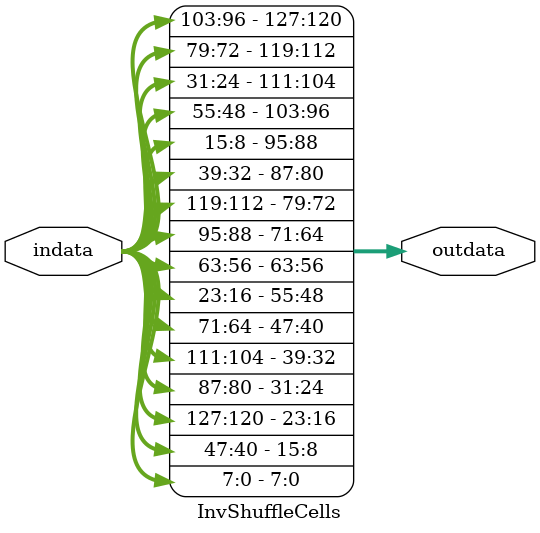
<source format=v>
module ShuffleCells
    (
        input wire [127:0] indata,
        output wire [127:0] outdata
    );
	localparam m=8;
    localparam [0:4*16-1] perm = {
    4'h0, 4'hb, 4'h6, 4'hd, 4'ha, 4'h1, 4'hc, 4'h7,
    4'h5, 4'he, 4'h3, 4'h8, 4'hf, 4'h4, 4'h9, 4'h2
    };
    genvar i;
    generate
        for(i=0; i< 16; i=i+1)begin:genperm
            assign outdata[(i+1)*m-1:i*m] = indata[(perm[i*4+:4]+1)*m-1:perm[i*4+:4]*m];
        end
    endgenerate
endmodule

module InvShuffleCells
    (
        input wire [127:0] indata,
        output wire [127:0] outdata
    );
	localparam m=8;
    localparam [0:4*16-1] inv_perm = {
        4'h0, 4'h5, 4'hf, 4'ha, 4'hd, 4'h8, 4'h2, 4'h7,
        4'hb, 4'he, 4'h4, 4'h1, 4'h6, 4'h3, 4'h9, 4'hc
    };
    genvar i;
    generate
        for(i=0; i< 16; i=i+1)begin:geninvperm
            assign outdata[(i+1)*m-1:i*m] = indata[(inv_perm[i*4+:4]+1)*m-1:inv_perm[i*4+:4]*m];
        end
    endgenerate
endmodule
</source>
